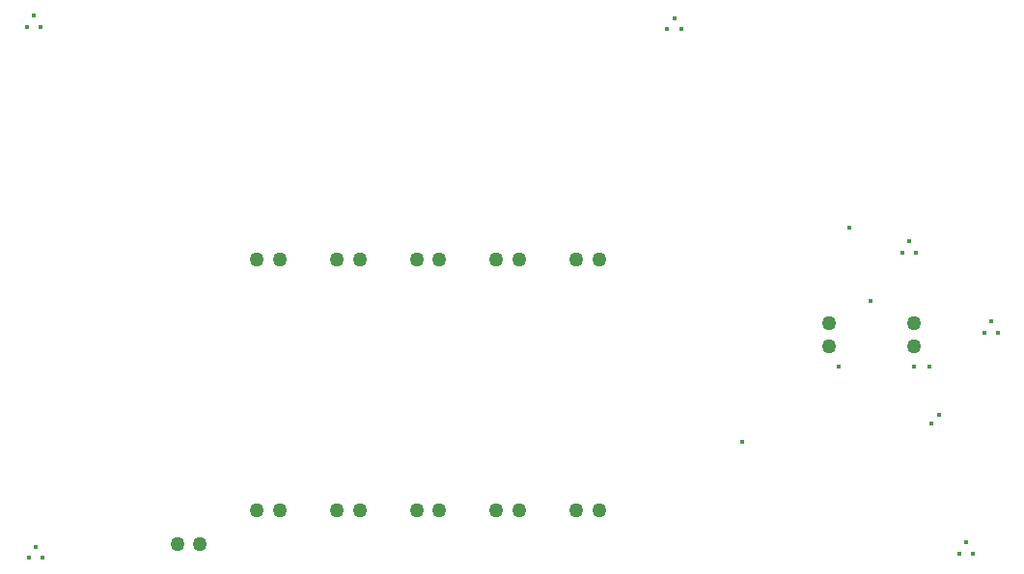
<source format=gbr>
%TF.GenerationSoftware,KiCad,Pcbnew,7.0.1*%
%TF.CreationDate,2023-07-03T20:41:54-04:00*%
%TF.ProjectId,business_card,62757369-6e65-4737-935f-636172642e6b,rev?*%
%TF.SameCoordinates,Original*%
%TF.FileFunction,Plated,1,2,PTH,Drill*%
%TF.FilePolarity,Positive*%
%FSLAX46Y46*%
G04 Gerber Fmt 4.6, Leading zero omitted, Abs format (unit mm)*
G04 Created by KiCad (PCBNEW 7.0.1) date 2023-07-03 20:41:54*
%MOMM*%
%LPD*%
G01*
G04 APERTURE LIST*
%TA.AperFunction,ViaDrill*%
%ADD10C,0.400000*%
%TD*%
%TA.AperFunction,ComponentDrill*%
%ADD11C,1.270000*%
%TD*%
G04 APERTURE END LIST*
D10*
X38800000Y-30600000D03*
X39000000Y-77200000D03*
X39400000Y-29600000D03*
X39600000Y-76200000D03*
X40000000Y-30600000D03*
X40200000Y-77200000D03*
X95000000Y-30800000D03*
X95600000Y-29800000D03*
X96200000Y-30800000D03*
X101600000Y-67000000D03*
X110000000Y-60400000D03*
X111000000Y-48200000D03*
X112800000Y-54600000D03*
X115600000Y-50400000D03*
X116200000Y-49400000D03*
X116600000Y-60400000D03*
X116800000Y-50400000D03*
X118000000Y-60400000D03*
X118188385Y-65414285D03*
X118850500Y-64600000D03*
X120600000Y-76800000D03*
X121200000Y-75800000D03*
X121800000Y-76800000D03*
X122800000Y-57400000D03*
X123400000Y-56400000D03*
X124000000Y-57400000D03*
D11*
%TO.C,R6*%
X52000000Y-76000000D03*
X54000000Y-76000000D03*
%TO.C,D5*%
X59000000Y-51000000D03*
%TO.C,R5*%
X59000000Y-73000000D03*
%TO.C,D5*%
X61000000Y-51000000D03*
%TO.C,R5*%
X61000000Y-73000000D03*
%TO.C,D4*%
X66000000Y-51000000D03*
%TO.C,R4*%
X66000000Y-73000000D03*
%TO.C,D4*%
X68000000Y-51000000D03*
%TO.C,R4*%
X68000000Y-73000000D03*
%TO.C,D3*%
X73000000Y-51000000D03*
%TO.C,R3*%
X73000000Y-73000000D03*
%TO.C,D3*%
X75000000Y-51000000D03*
%TO.C,R3*%
X75000000Y-73000000D03*
%TO.C,D1*%
X80000000Y-51000000D03*
%TO.C,R1*%
X80000000Y-73000000D03*
%TO.C,D1*%
X82000000Y-51000000D03*
%TO.C,R1*%
X82000000Y-73000000D03*
%TO.C,D2*%
X87000000Y-51000000D03*
%TO.C,R2*%
X87000000Y-73000000D03*
%TO.C,D2*%
X89000000Y-51000000D03*
%TO.C,R2*%
X89000000Y-73000000D03*
%TO.C,C2*%
X109200000Y-56600000D03*
X109200000Y-58600000D03*
%TO.C,C1*%
X116600000Y-56600000D03*
X116600000Y-58600000D03*
M02*

</source>
